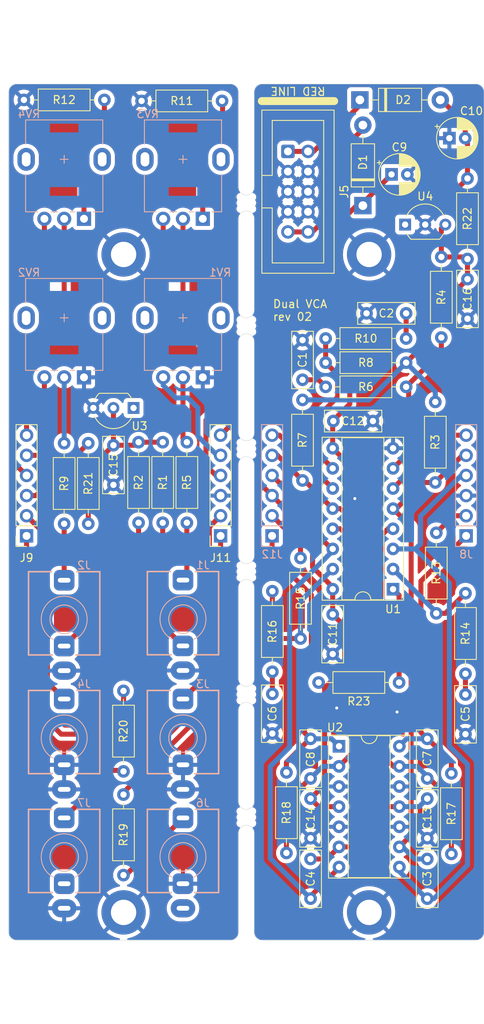
<source format=kicad_pcb>
(kicad_pcb (version 20240108) (generator "pcbnew") (generator_version "8.0")
  (title_block (title "Dual VCA") (date "2024-07-04") (rev "rev02") (company "Bristol Communal Modular") (comment 2 "creativecommons.org/licenses/by/4.0") (comment 3 "License: CC BY 4.0") (comment 4 "Author: Guy John"))
  (layers (0 "F.Cu" signal) (31 "B.Cu" signal) (36 "B.SilkS" user "B.Silkscreen") (37 "F.SilkS" user "F.Silkscreen") (38 "B.Mask" user) (39 "F.Mask" user) (44 "Edge.Cuts" user))
  (net 0 "")
  (net 1 "GND")
  (net 2 "Net-(C1-Pad2)")
  (net 3 "Net-(C2-Pad2)")
  (net 4 "/CV2_ATTN_MAIN")
  (net 5 "/RESPONSE2_TOP_MAIN")
  (net 6 "/CV1_ATTN_MAIN")
  (net 7 "/RESPONSE1_TOP_MAIN")
  (net 8 "Net-(C5-Pad2)")
  (net 9 "Net-(C6-Pad2)")
  (net 10 "VCC")
  (net 11 "VEE")
  (net 12 "/VCC_CTRL")
  (net 13 "AREF_-2.5")
  (net 14 "Net-(D1-A)")
  (net 15 "Net-(D2-K)")
  (net 16 "/OUTPUT1_MAIN")
  (net 17 "/INPUT1_MAIN")
  (net 18 "/RESPONSE1_WIPER_MAIN")
  (net 19 "/OUTPUT2_MAIN")
  (net 20 "/INPUT2_MAIN")
  (net 21 "/RESPONSE2_WIPER_MAIN")
  (net 22 "/10V_REF_CTRL")
  (net 23 "/CV2_ATTN_CTRL")
  (net 24 "/CV1_ATTN_CTRL")
  (net 25 "/RESPONSE2_WIPER_CTRL")
  (net 26 "/RESPONSE2_TOP_CTRL")
  (net 27 "/RESPONSE1_WIPER_CTRL")
  (net 28 "/RESPONSE1_TOP_CTRL")
  (net 29 "Net-(U1E-MODE)")
  (net 30 "/INPUT2_CTRL")
  (net 31 "/INPUT1_CTRL")
  (net 32 "/OUTPUT2_CTRL")
  (net 33 "/OUTPUT1_CTRL")
  (net 34 "Net-(U2D--)")
  (net 35 "Net-(U2A--)")
  (net 36 "Net-(R4-Pad2)")
  (net 37 "Net-(R5-Pad2)")
  (net 38 "Net-(R10-Pad2)")
  (net 39 "Net-(R9-Pad2)")
  (net 40 "Net-(R11-Pad2)")
  (net 41 "Net-(R12-Pad2)")
  (net 42 "Net-(R13-Pad2)")
  (net 43 "Net-(R15-Pad2)")
  (net 44 "Net-(J1-PadT)")
  (net 45 "Net-(J2-PadT)")
  (net 46 "Net-(J6-PadT)")
  (net 47 "Net-(J7-PadT)")
  (net 49 "Net-(J1-PadTN)")
  (net 50 "Net-(J2-PadTN)")
  (footprint "Capacitor_THT:C_Rect_L7.0mm_W2.5mm_P5.00mm" (layer "F.Cu") (at 118.11 117.602 90)
    (property "Reference" "C8")
    (property "Value" "100pF")
  )
  (footprint "Resistor_THT:R_Axial_DIN0207_L6.3mm_D2.5mm_P10.16mm_Horizontal" (layer "F.Cu") (at 133.858 70.104 -90)
    (property "Reference" "R3")
    (property "Value" "20M")
  )
  (footprint "Resistor_THT:R_Axial_DIN0207_L6.3mm_D2.5mm_P10.16mm_Horizontal" (layer "F.Cu") (at 130.175 62.103 180)
    (property "Reference" "R10")
    (property "Value" "510r")
  )
  (footprint "Resistor_THT:R_Axial_DIN0207_L6.3mm_D2.5mm_P10.16mm_Horizontal" (layer "F.Cu") (at 96.774 32.131)
    (property "Reference" "R11")
    (property "Value" "510r")
  )
  (footprint "Capacitor_THT:C_Rect_L7.0mm_W2.5mm_P5.00mm" (layer "F.Cu") (at 132.842 117.602 90)
    (property "Reference" "C7")
    (property "Value" "100pF")
  )
  (footprint "Capacitor_THT:C_Rect_L7.0mm_W2.5mm_P5.00mm" (layer "F.Cu") (at 120.904 96.901 -90)
    (property "Reference" "C11")
    (property "Value" "100nF")
  )
  (footprint "Capacitor_THT:C_Rect_L7.0mm_W2.5mm_P5.00mm" (layer "F.Cu") (at 137.668 112.014 90)
    (property "Reference" "C5")
    (property "Value" "560pF")
  )
  (footprint "Resistor_THT:R_Axial_DIN0207_L6.3mm_D2.5mm_P10.16mm_Horizontal" (layer "F.Cu") (at 137.668 104.394 90)
    (property "Reference" "R14")
    (property "Value" "510r")
  )
  (footprint "Capacitor_THT:C_Rect_L7.0mm_W2.5mm_P5.00mm" (layer "F.Cu") (at 118.11 127.762 -90)
    (property "Reference" "C4")
    (property "Value" "100pF")
  )
  (footprint "Resistor_THT:R_Axial_DIN0207_L6.3mm_D2.5mm_P10.16mm_Horizontal" (layer "F.Cu") (at 134.62 51.816 -90)
    (property "Reference" "R4")
    (property "Value" "47k")
  )
  (footprint "Resistor_THT:R_Axial_DIN0207_L6.3mm_D2.5mm_P10.16mm_Horizontal" (layer "F.Cu") (at 86.995 85.471 90)
    (property "Reference" "R9")
    (property "Value" "100k")
  )
  (footprint "Resistor_THT:R_Axial_DIN0207_L6.3mm_D2.5mm_P10.16mm_Horizontal" (layer "F.Cu") (at 116.84 89.789 -90)
    (property "Reference" "R15")
    (property "Value" "47k")
  )
  (footprint "Capacitor_THT:C_Rect_L7.0mm_W2.5mm_P5.00mm" (layer "F.Cu") (at 125.175 58.928)
    (property "Reference" "C2")
    (property "Value" "560pF")
  )
  (footprint "Resistor_THT:R_Axial_DIN0207_L6.3mm_D2.5mm_P10.16mm_Horizontal" (layer "F.Cu") (at 115.062 116.84 -90)
    (property "Reference" "R18")
    (property "Value" "47k")
  )
  (footprint "Diode_THT:D_DO-41_SOD81_P10.16mm_Horizontal" (layer "F.Cu") (at 124.714 45.339 90)
    (property "Reference" "D1")
    (property "Value" "1N5818")
  )
  (footprint "Resistor_THT:R_Axial_DIN0207_L6.3mm_D2.5mm_P10.16mm_Horizontal" (layer "F.Cu") (at 99.441 75.184 -90)
    (property "Reference" "R1")
    (property "Value" "22k")
  )
  (footprint "Resistor_THT:R_Axial_DIN0207_L6.3mm_D2.5mm_P10.16mm_Horizontal" (layer "F.Cu") (at 133.985 86.614 -90)
    (property "Reference" "R13")
    (property "Value" "47k")
  )
  (footprint "Rumblesan_Eurorack_Power:Eurorack_PowerHeader_2x05_P2.54mm_Shrouded" (layer "F.Cu") (at 115.25 38.5)
    (property "Reference" "J5")
    (property "Value" "Eurorack Power Small")
  )
  (footprint "Rumblesan_Panelization:mouse-bite-2mm-slot" (layer "F.Cu") (at 110 45 90)
    (property "Reference" "mouse-bite-2mm-slot" (hide yes))
    (property "Value" "VAL**" (hide yes))
    (fp_arc (start -2 -1) (mid -1 0) (end -2 1) (stroke (width 0.05)) (layer "Edge.Cuts"))
    (fp_arc (start 2 1) (mid 1 0) (end 2 -1) (stroke (width 0.05)) (layer "Edge.Cuts"))
  )
  (footprint "Capacitor_THT:C_Rect_L7.0mm_W2.5mm_P5.00mm" (layer "F.Cu") (at 137.922 54.61 -90)
    (property "Reference" "C16")
    (property "Value" "470nF")
  )
  (footprint "Package_DIP:DIP-16_W7.62mm_Socket" (layer "F.Cu") (at 128.524 93.726 180)
    (property "Reference" "U1")
    (property "Value" "SSI2164")
  )
  (footprint "Package_TO_SOT_THT:TO-92_Inline_Wide" (layer "F.Cu") (at 95.758 70.866 180)
    (property "Reference" "U3")
    (property "Value" "LM4040LP-10")
  )
  (footprint "Resistor_THT:R_Axial_DIN0207_L6.3mm_D2.5mm_P10.16mm_Horizontal" (layer "F.Cu") (at 81.915 32.004)
    (property "Reference" "R12")
    (property "Value" "510r")
  )
  (footprint "Capacitor_THT:C_Rect_L7.0mm_W2.5mm_P5.00mm" (layer "F.Cu") (at 125.984 72.517 180)
    (property "Reference" "C12")
    (property "Value" "100nF")
  )
  (footprint "Capacitor_THT:C_Rect_L7.0mm_W2.5mm_P5.00mm" (layer "F.Cu") (at 93.218 75.565 -90)
    (property "Reference" "C15")
    (property "Value" "470nF")
  )
  (footprint "Capacitor_THT:C_Rect_L7.0mm_W2.5mm_P5.00mm" (layer "F.Cu") (at 113.284 111.934 90)
    (property "Reference" "C6")
    (property "Value" "560pF")
  )
  (footprint "Capacitor_THT:C_Rect_L7.0mm_W2.5mm_P5.00mm" (layer "F.Cu") (at 132.842 127.762 -90)
    (property "Reference" "C3")
    (property "Value" "100pF")
  )
  (footprint "Connector_PinSocket_2.54mm:PinSocket_1x06_P2.54mm_Vertical" (layer "F.Cu") (at 82.25 87 180)
    (property "Reference" "J9")
    (property "Value" "Conn_01x06_Socket" (hide yes))
  )
  (footprint "Resistor_THT:R_Axial_DIN0207_L6.3mm_D2.5mm_P10.16mm_Horizontal" (layer "F.Cu") (at 90.043 75.311 -90)
    (property "Reference" "R21")
    (property "Value" "1k")
  )
  (footprint "Rumblesan_Panelization:mouse-bite-2mm-slot" (layer "F.Cu") (at 110 60.5 90)
    (property "Reference" "mouse-bite-2mm-slot" (hide yes))
    (property "Value" "VAL**" (hide yes))
    (fp_arc (start -2 -1) (mid -1 0) (end -2 1) (stroke (width 0.05)) (layer "Edge.Cuts"))
    (fp_arc (start 2 1) (mid 1 0) (end 2 -1) (stroke (width 0.05)) (layer "Edge.Cuts"))
  )
  (footprint "Resistor_THT:R_Axial_DIN0207_L6.3mm_D2.5mm_P10.16mm_Horizontal" (layer "F.Cu") (at 120.015 68.199)
    (property "Reference" "R6")
    (property "Value" "510r")
  )
  (footprint "Capacitor_THT:CP_Radial_D5.0mm_P2.00mm" (layer "F.Cu") (at 128.330887 41.402)
    (property "Reference" "C9")
    (property "Value" "10uF")
  )
  (footprint "Rumblesan_Panelization:mouse-bite-2mm-slot" (layer "F.Cu") (at 110 76 90)
    (property "Reference" "mouse-bite-2mm-slot" (hide yes))
    (property "Value" "VAL**" (hide yes))
    (fp_arc (start -2 -1) (mid -1 0) (end -2 1) (stroke (width 0.05)) (layer "Edge.Cuts"))
    (fp_arc (start 2 1) (mid 1 0) (end 2 -1) (stroke (width 0.05)) (layer "Edge.Cuts"))
  )
  (footprint "Resistor_THT:R_Axial_DIN0207_L6.3mm_D2.5mm_P10.16mm_Horizontal" (layer "F.Cu") (at 102.489 85.344 90)
    (property "Reference" "R5")
    (property "Value" "100k")
  )
  (footprint "MountingHole:MountingHole_3.2mm_M3_DIN965_Pad" (layer "F.Cu") (at 94.5 134.5)
    (property "Reference" "H1" (hide yes))
    (property "Value" "MountingHole_Pad" (hide yes))
  )
  (footprint "Capacitor_THT:C_Rect_L7.0mm_W2.5mm_P5.00mm" (layer "F.Cu") (at 117.094 62.31 -90)
    (property "Reference" "C1")
    (property "Value" "560pF")
  )
  (footprint "Rumblesan_Panelization:mouse-bite-2mm-slot" (layer "F.Cu") (at 110 122.5 90)
    (property "Reference" "mouse-bite-2mm-slot" (hide yes))
    (property "Value" "VAL**" (hide yes))
    (fp_arc (start -2 -1) (mid -1 0) (end -2 1) (stroke (width 0.05)) (layer "Edge.Cuts"))
    (fp_arc (start 2 1) (mid 1 0) (end 2 -1) (stroke (width 0.05)) (layer "Edge.Cuts"))
  )
  (footprint "Connector_PinSocket_2.54mm:PinSocket_1x06_P2.54mm_Vertical" (layer "F.Cu") (at 106.75 87 180)
    (property "Reference" "J11")
    (property "Value" "Conn_01x06_Socket" (hide yes))
  )
  (footprint "Resistor_THT:R_Axial_DIN0207_L6.3mm_D2.5mm_P10.16mm_Horizontal" (layer "F.Cu") (at 135.89 116.967 -90)
    (property "Reference" "R17")
    (property "Value" "47k")
  )
  (footprint "Resistor_THT:R_Axial_DIN0207_L6.3mm_D2.5mm_P10.16mm_Horizontal" (layer "F.Cu") (at 130.175 65.151 180)
    (property "Reference" "R8")
    (property "Value" "47k")
  )
  (footprint "Resistor_THT:R_Axial_DIN0207_L6.3mm_D2.5mm_P10.16mm_Horizontal" (layer "F.Cu") (at 117.094 69.85 -90)
    (property "Reference" "R7")
    (property "Value" "20M")
  )
  (footprint "Resistor_THT:R_Axial_DIN0207_L6.3mm_D2.5mm_P10.16mm_Horizontal" (layer "F.Cu") (at 96.393 75.184 -90)
    (property "Reference" "R2")
    (property "Value" "22k")
  )
  (footprint "Capacitor_THT:C_Rect_L7.0mm_W2.5mm_P5.00mm" (layer "F.Cu") (at 118.11 125.142 90)
    (property "Reference" "C14")
    (property "Value" "100nF")
  )
  (footprint "Capacitor_THT:C_Rect_L7.0mm_W2.5mm_P5.00mm" (layer "F.Cu") (at 132.842 125.142 90)
    (property "Reference" "C13")
    (property "Value" "100nF")
  )
  (footprint "Capacitor_THT:CP_Radial_D5.0mm_P2.00mm" (layer "F.Cu") (at 135.636 36.83)
    (property "Reference" "C10")
    (property "Value" "10uF")
  )
  (footprint "Diode_THT:D_DO-41_SOD81_P10.16mm_Horizontal" (layer "F.Cu") (at 124.333 32.004)
    (property "Reference" "D2")
    (property "Value" "1N5818")
  )
  (footprint "Package_DIP:DIP-14_W7.62mm_Socket" (layer "F.Cu") (at 121.7 113.538)
    (property "Reference" "U2")
    (property "Value" "TL074")
  )
  (footprint "Resistor_THT:R_Axial_DIN0207_L6.3mm_D2.5mm_P10.16mm_Horizontal" (layer "F.Cu") (at 94.488 116.713 90)
    (property "Reference" "R20")
    (property "Value" "510r")
  )
  (footprint "Rumblesan_Panelization:mouse-bite-2mm-slot" (layer "F.Cu") (at 110 91.5 90)
    (property "Reference" "mouse-bite-2mm-slot" (hide yes))
    (property "Value" "VAL**" (hide yes))
    (fp_arc (start -2 -1) (mid -1 0) (end -2 1) (stroke (width 0.05)) (layer "Edge.Cuts"))
    (fp_arc (start 2 1) (mid 1 0) (end 2 -1) (stroke (width 0.05)) (layer "Edge.Cuts"))
  )
  (footprint "Resistor_THT:R_Axial_DIN0207_L6.3mm_D2.5mm_P10.16mm_Horizontal" (layer "F.Cu") (at 113.284 104.14 90)
    (property "Reference" "R16")
    (property "Value" "510r")
  )
  (footprint "Resistor_THT:R_Axial_DIN0207_L6.3mm_D2.5mm_P10.16mm_Horizontal" (layer "F.Cu") (at 137.922 41.91 -90)
    (property "Reference" "R22")
    (property "Value" "47k")
  )
  (footprint "MountingHole:MountingHole_3.2mm_M3_DIN965_Pad" (layer "F.Cu") (at 125.5 51.5)
    (property "Reference" "H3" (hide yes))
    (property "Value" "MountingHole_Pad" (hide yes))
  )
  (footprint "Rumblesan_Panelization:mouse-bite-2mm-slot" (layer "F.Cu") (at 110 107 90)
    (property "Reference" "mouse-bite-2mm-slot" (hide yes))
    (property "Value" "VAL**" (hide yes))
    (fp_arc (start -2 -1) (mid -1 0) (end -2 1) (stroke (width 0.05)) (layer "Edge.Cuts"))
    (fp_arc (start 2 1) (mid 1 0) (end 2 -1) (stroke (width 0.05)) (layer "Edge.Cuts"))
  )
  (footprint "MountingHole:MountingHole_3.2mm_M3_DIN965_Pad" (layer "F.Cu") (at 94.5 51.5)
    (property "Reference" "H2" (hide yes))
    (property "Value" "MountingHole_Pad" (hide yes))
  )
  (footprint "Resistor_THT:R_Axial_DIN0207_L6.3mm_D2.5mm_P10.16mm_Horizontal" (layer "F.Cu") (at 94.488 129.794 90)
    (property "Reference" "R19")
    (property "Value" "510r")
  )
  (footprint "Resistor_THT:R_Axial_DIN0207_L6.3mm_D2.5mm_P10.16mm_Horizontal" (layer "F.Cu") (at 129.286 105.5 180)
    (property "Reference" "R23")
    (property "Value" "6k8")
  )
  (footprint "Package_TO_SOT_THT:TO-92_Inline_Wide" (layer "F.Cu") (at 130.048 47.731)
    (property "Reference" "U4")
    (property "Value" "LM4040LP-2.5")
  )
  (footprint "MountingHole:MountingHole_3.2mm_M3_DIN965_Pad" (layer "F.Cu") (at 125.5 134.5)
    (property "Reference" "H4" (hide yes))
    (property "Value" "MountingHole_Pad" (hide yes))
  )
  (footprint "Rumblesan_Potentiometer_THT:Potentiometer_Alpha_RD901F-40-00D_Single_Vertical" (layer "B.Cu") (at 102 59.5 180)
    (property "Reference" "RV1")
    (property "Value" "20kB" (hide yes))
  )
  (footprint "Connector_PinHeader_2.54mm:PinHeader_1x06_P2.54mm_Vertical" (layer "B.Cu") (at 137.75 87)
    (property "Reference" "J8")
    (property "Value" "Conn_01x06_Pin" (hide yes))
  )
  (footprint "Rumblesan_Audio_Connectors:Jack_3.5mm_QingPu_WQP-PJ398SM_Vertical" (layer "B.Cu") (at 87 97.52 180)
    (property "Reference" "J2")
    (property "Value" "Eurorack Mono Jack" (hide yes))
  )
  (footprint "Rumblesan_Audio_Connectors:Jack_3.5mm_QingPu_WQP-PJ398SM_Vertical" (layer "B.Cu") (at 102 127.5 180)
    (property "Reference" "J6")
    (property "Value" "Eurorack Mono Jack" (hide yes))
  )
  (footprint "Rumblesan_Audio_Connectors:Jack_3.5mm_QingPu_WQP-PJ398SM_Vertical" (layer "B.Cu") (at 102 97.5 180)
    (property "Reference" "J1")
    (property "Value" "Eurorack Mono Jack" (hide yes))
  )
  (footprint "Rumblesan_Potentiometer_THT:Potentiometer_Alpha_RD901F-40-00D_Single_Vertical" (layer "B.Cu") (at 87 39.5 180)
    (property "Reference" "RV4")
    (property "Value" "10kB" (hide yes))
  )
  (footprint "Rumblesan_Potentiometer_THT:Potentiometer_Alpha_RD901F-40-00D_Single_Vertical" (layer "B.Cu") (at 87 59.5 180)
    (property "Reference" "RV2")
    (property "Value" "20kB" (hide yes))
  )
  (footprint "Rumblesan_Audio_Connectors:Jack_3.5mm_QingPu_WQP-PJ398SM_Vertical" (layer "B.Cu") (at 87 127.5 180)
    (property "Reference" "J7")
    (property "Value" "Eurorack Mono Jack" (hide yes))
  )
  (footprint "Rumblesan_Audio_Connectors:Jack_3.5mm_QingPu_WQP-PJ398SM_Vertical" (layer "B.Cu") (at 102 112.5 180)
    (property "Reference" "J3")
    (property "Value" "Eurorack Mono Jack" (hide yes))
  )
  (footprint "Rumblesan_Audio_Connectors:Jack_3.5mm_QingPu_WQP-PJ398SM_Vertical" (layer "B.Cu") (at 87 112.5 180)
    (property "Reference" "J4")
    (property "Value" "Eurorack Mono Jack" (hide yes))
  )
  (footprint "Connector_PinHeader_2.54mm:PinHeader_1x06_P2.54mm_Vertical" (layer "B.Cu") (at 113.25 87)
    (property "Reference" "J12")
    (property "Value" "Conn_01x06_Pin" (hide yes))
  )
  (footprint "Rumblesan_Potentiometer_THT:Potentiometer_Alpha_RD901F-40-00D_Single_Vertical" (layer "B.Cu") (at 102 39.5 180)
    (property "Reference" "RV3")
    (property "Value" "10kB" (hide yes))
  )
  (gr_line (start 109 78) (end 109 89.5) (stroke (width 0.05)) (layer "Edge.Cuts"))
  (gr_line (start 109 47) (end 109 58.5) (stroke (width 0.05)) (layer "Edge.Cuts"))
  (gr_line (start 111 137) (end 111 124.5) (stroke (width 0.05)) (layer "Edge.Cuts"))
  (gr_line (start 111 89.5) (end 111 78) (stroke (width 0.05)) (layer "Edge.Cuts"))
  (gr_line (start 111 120.5) (end 111 109) (stroke (width 0.05)) (layer "Edge.Cuts"))
  (gr_arc (start 109 137) (mid 108.707107 137.707106) (end 108 138) (stroke (width 0.05)) (layer "Edge.Cuts"))
  (gr_arc (start 111 31) (mid 111.292893 30.292894) (end 112 30) (stroke (width 0.05)) (layer "Edge.Cuts"))
  (gr_line (start 111 74) (end 111 62.5) (stroke (width 0.05)) (layer "Edge.Cuts"))
  (gr_line (start 111 43) (end 111 31) (stroke (width 0.05)) (layer "Edge.Cuts"))
  (gr_line (start 109 109) (end 109 120.5) (stroke (width 0.05)) (layer "Edge.Cuts"))
  (gr_arc (start 139 30) (mid 139.707106 30.292893) (end 140 31) (stroke (width 0.05)) (layer "Edge.Cuts"))
  (gr_line (start 111 105) (end 111 93.5) (stroke (width 0.05)) (layer "Edge.Cuts"))
  (gr_line (start 109 93.5) (end 109 105) (stroke (width 0.05)) (layer "Edge.Cuts"))
  (gr_line (start 112 30) (end 139 30) (stroke (width 0.05)) (layer "Edge.Cuts"))
  (gr_line (start 109 31) (end 109 43) (stroke (width 0.05)) (layer "Edge.Cuts"))
  (gr_arc (start 80 31) (mid 80.292893 30.292894) (end 81 30) (stroke (width 0.05)) (layer "Edge.Cuts"))
  (gr_arc (start 140 137) (mid 139.707107 137.707106) (end 139 138) (stroke (width 0.05)) (layer "Edge.Cuts"))
  (gr_arc (start 81 138) (mid 80.292894 137.707107) (end 80 137) (stroke (width 0.05)) (layer "Edge.Cuts"))
  (gr_line (start 81 30) (end 108 30) (stroke (width 0.05)) (layer "Edge.Cuts"))
  (gr_line (start 111 58.5) (end 111 47) (stroke (width 0.05)) (layer "Edge.Cuts"))
  (gr_line (start 140 31) (end 140 137) (stroke (width 0.05)) (layer "Edge.Cuts"))
  (gr_line (start 139 138) (end 112 138) (stroke (width 0.05)) (layer "Edge.Cuts"))
  (gr_line (start 109 124.5) (end 109 137) (stroke (width 0.05)) (layer "Edge.Cuts"))
  (gr_line (start 108 138) (end 81 138) (stroke (width 0.05)) (layer "Edge.Cuts"))
  (gr_line (start 109 62.5) (end 109 74) (stroke (width 0.05)) (layer "Edge.Cuts"))
  (gr_arc (start 112 138) (mid 111.292894 137.707107) (end 111 137) (stroke (width 0.05)) (layer "Edge.Cuts"))
  (gr_arc (start 108 30) (mid 108.707106 30.292893) (end 109 31) (stroke (width 0.05)) (layer "Edge.Cuts"))
  (gr_line (start 80 137) (end 80 31) (stroke (width 0.05)) (layer "Edge.Cuts"))
  (gr_text "Dual VCA\nrev 02" (at 113.284 59.944 0) (layer "F.SilkS") (effects (font (size 1 1)) (justify left bottom)))
  (via (at 121.412 108.712) (size 0.762) (drill 0.381) (layers "F.Cu" "B.Cu") (net 1))
  (via (at 123.698 82.296) (size 0.762) (drill 0.381) (layers "F.Cu" "B.Cu") (net 1))
  (via (at 129.032 109.22) (size 0.762) (drill 0.381) (layers "F.Cu" "B.Cu") (net 1))
  (segment (start 104.5 67) (end 104 67.5) (width 0.635) (layer "B.Cu") (net 1))
  (segment (start 119.126 67.31) (end 120.015 68.199) (width 0.635) (layer "F.Cu") (net 2))
  (segment (start 117.094 67.31) (end 119.126 67.31) (width 0.635) (layer "F.Cu") (net 2))
  (segment (start 130.175 58.928) (end 130.175 62.103) (width 0.635) (layer "F.Cu") (net 3))
  (segment (start 132.236 80.264) (end 133.858 80.264) (width 0.635) (layer "F.Cu") (net 4))
  (segment (start 130.81 124.748) (end 129.32 126.238) (width 0.635) (layer "F.Cu") (net 4))
  (segment (start 128.524 83.566) (end 130.81 85.852) (width 0.635) (layer "F.Cu") (net 4))
  (segment (start 137.282 76.84) (end 133.858 80.264) (width 0.635) (layer "F.Cu") (net 4))
  (segment (start 130.81 85.852) (end 130.81 124.748) (width 0.635) (layer "F.Cu") (net 4))
  (segment (start 128.524 83.566) (end 128.934 83.566) (width 0.635) (layer "F.Cu") (net 4))
  (segment (start 128.934 83.566) (end 132.236 80.264) (width 0.635) (layer "F.Cu") (net 4))
  (segment (start 137.75 76.84) (end 137.282 76.84) (width 0.635) (layer "F.Cu") (net 4))
  (segment (start 131.262 127.762) (end 132.842 127.762) (width 0.635) (layer "B.Cu") (net 4))
  (segment (start 129.738 126.238) (end 131.262 127.762) (width 0.635) (layer "B.Cu") (net 4))
  (segment (start 129.32 126.238) (end 129.738 126.238) (width 0.635) (layer "B.Cu") (net 4))
  (segment (start 128.524 88.646) (end 131.354 88.646) (width 0.635) (layer "B.Cu") (net 5))
  (segment (start 132 84.5) (end 137.12 79.38) (width 0.635) (layer "B.Cu") (net 5))
  (segment (start 133.684 132.762) (end 132.842 132.762) (width 0.635) (layer "B.Cu") (net 5))
  (segment (start 131.354 88.646) (end 132 88) (width 0.635) (layer "B.Cu") (net 5))
  (segment (start 137.922 128.524) (end 133.684 132.762) (width 0.635) (layer "B.Cu") (net 5))
  (segment (start 137.12 79.38) (end 137.75 79.38) (width 0.635) (layer "B.Cu") (net 5))
  (segment (start 132 88) (end 132 84.5) (width 0.635) (layer "B.Cu") (net 5))
  (segment (start 137.922 115.824) (end 137.922 128.524) (width 0.635) (layer "B.Cu") (net 5))
  (segment (start 131.318 88.646) (end 135.636 92.964) (width 0.635) (layer "B.Cu") (net 5))
  (segment (start 135.636 113.538) (end 137.922 115.824) (width 0.635) (layer "B.Cu") (net 5))
  (segment (start 135.636 92.964) (end 135.636 113.538) (width 0.635) (layer "B.Cu") (net 5))
  (segment (start 129.32 128.778) (end 129.32 129.32) (width 0.635) (layer "B.Cu") (net 5))
  (segment (start 128.524 88.646) (end 131.318 88.646) (width 0.635) (layer "B.Cu") (net 5))
  (segment (start 132.762 132.762) (end 132.842 132.762) (width 0.635) (layer "B.Cu") (net 5))
  (segment (start 129.32 129.32) (end 132.762 132.762) (width 0.635) (layer "B.Cu") (net 5))
  (segment (start 124.206 85.872) (end 124.206 125.222) (width 0.635) (layer "F.Cu") (net 6))
  (segment (start 124.206 125.222) (end 123.19 126.238) (width 0.635) (layer "F.Cu") (net 6))
  (segment (start 120.904 83.566) (end 121.9 83.566) (width 0.635) (layer "F.Cu") (net 6))
  (segment (start 123.19 126.238) (end 121.7 126.238) (width 0.635) (layer "F.Cu") (net 6))
  (segment (start 117.094 80.01) (end 117.348 80.01) (width 0.635) (layer "F.Cu") (net 6))
  (segment (start 113.924 76.84) (end 117.094 80.01) (width 0.635) (layer "F.Cu") (net 6))
  (segment (start 120.176 127.762) (end 121.7 126.238) (width 0.635) (layer "F.Cu") (net 6))
  (segment (start 121.9 83.566) (end 124.206 85.872) (width 0.635) (layer "F.Cu") (net 6))
  (segment (start 118.11 127.762) (end 120.176 127.762) (width 0.635) (layer "F.Cu") (net 6))
  (segment (start 117.348 80.01) (end 120.904 83.566) (width 0.635) (layer "F.Cu") (net 6))
  (segment (start 113.25 76.84) (end 113.924 76.84) (width 0.635) (layer "F.Cu") (net 6))
  (segment (start 118.237 86.106) (end 120.777 88.646) (width 0.635) (layer "F.Cu") (net 7))
  (segment (start 118.237 84.367) (end 118.237 86.106) (width 0.635) (layer "F.Cu") (net 7))
  (segment (start 113.25 79.38) (end 118.237 84.367) (width 0.635) (layer "F.Cu") (net 7))
  (segment (start 118.11 132.762) (end 118.11 132.461) (width 0.635) (layer "F.Cu") (net 7))
  (segment (start 121.7 128.871) (end 121.7 128.778) (width 0.635) (layer "F.Cu") (net 7))
  (segment (start 118.11 132.461) (end 121.7 128.871) (width 0.635) (layer "F.Cu") (net 7))
  (segment (start 120.777 88.646) (end 120.904 88.646) (width 0.635) (layer "F.Cu") (net 7))
  (segment (start 113.03 127.682) (end 118.11 132.762) (width 0.635) (layer "B.Cu") (net 7))
  (segment (start 115.4685 94.3355) (end 115.4685 113.6395) (width 0.635) (layer "B.Cu") (net 7))
  (segment (start 120.904 88.646) (end 120.904 88.9) (width 0.635) (layer "B.Cu") (net 7))
  (segment (start 113.03 116.078) (end 113.03 127.682) (width 0.635) (layer "B.Cu") (net 7))
  (segment (start 120.904 88.9) (end 115.4685 94.3355) (width 0.635) (layer "B.Cu") (net 7))
  (segment (start 115.4685 113.6395) (end 113.03 116.078) (width 0.635) (layer "B.Cu") (net 7))
  (segment (start 137.668 104.394) (end 137.668 107.014) (width 0.635) (layer "F.Cu") (net 8))
  (segment (start 113.284 104.14) (end 113.284 106.934) (width 0.635) (layer "F.Cu") (net 9))
  (segment (start 119.888 106.172) (end 119.888 106.807) (width 0.635) (layer "F.Cu") (net 10))
  (segment (start 120.904 96.901) (end 122.428 98.425) (width 0.635) (layer "F.Cu") (net 10))
  (segment (start 121.7 121.158) (end 119.126 121.158) (width 0.635) (layer "F.Cu") (net 10))
  (segment (start 120.904 96.901) (end 120.904 93.726) (width 0.635) (layer "F.Cu") (net 10))
  (segment (start 116.332 85.002) (end 116.332 85.979) (width 0.635) (layer "F.Cu") (net 10))
  (segment (start 123.911 45.339) (end 111.633 57.617) (width 0.635) (layer "F.Cu") (net 10))
  (segment (start 118.364 88.011) (end 118.364 90.932) (width 0.635) (layer "F.Cu") (net 10))
  (segment (start 124.714 45.339) (end 123.911 45.339) (width 0.635) (layer "F.Cu") (net 10))
  (segment (start 111.633 57.617) (end 111.633 80.303) (width 0.635) (layer "F.Cu") (net 10))
  (segment (start 119.888 106.807) (end 119.888 118.364) (width 0.635) (layer "F.Cu") (net 10))
  (segment (start 120.904 93.472) (end 120.904 93.726) (width 0.635) (layer "F.Cu") (net 10))
  (segment (start 118.364 90.932) (end 120.904 93.472) (width 0.635) (layer "F.Cu") (net 10))
  (segment (start 122.428 98.425) (end 122.428 103.632) (width 0.635) (layer "F.Cu") (net 10))
  (segment (start 124.714 45.018887) (end 128.330887 41.402) (width 0.635) (layer "F.Cu") (net 10))
  (segment (start 119.888 118.364) (end 118.11 120.142) (width 0.635) (layer "F.Cu") (net 10))
  (segment (start 119.888 106.172) (end 119.126 105.41) (width 0.635) (layer "F.Cu") (net 10))
  (segment (start 113.25 81.92) (end 116.332 85.002) (width 0.635) (layer "F.Cu") (net 10))
  (segment (start 122.428 103.632) (end 119.888 106.172) (width 0.635) (layer "F.Cu") (net 10))
  (segment (start 119.126 121.158) (end 118.11 120.142) (width 0.635) (layer "F.Cu") (net 10))
  (segment (start 111.633 80.303) (end 113.25 81.92) (width 0.635) (layer "F.Cu") (net 10))
  (segment (start 116.332 85.979) (end 118.364 88.011) (width 0.635) (layer "F.Cu") (net 10))
  (segment (start 124.714 45.339) (end 124.714 45.018887) (width 0.635) (layer "F.Cu") (net 10))
  (segment (start 126.494 47.75) (end 130.81 43.434) (width 0.635) (layer "F.Cu") (net 11))
  (segment (start 134.493 32.004) (end 134.62 32.004) (width 0.635) (layer "F.Cu") (net 11))
  (segment (start 130.81 43.434) (end 136.398 43.434) (width 0.635) (layer "F.Cu") (net 11))
  (segment (start 136.398 43.434) (end 137.922 41.91) (width 0.635) (layer "F.Cu") (net 11))
  (segment (start 123.063 58.42) (end 119.761 55.118) (width 0.635) (layer "F.Cu") (net 11))
  (segment (start 137.922 37.116) (end 137.636 36.83) (width 0.635) (layer "F.Cu") (net 11))
  (segment (start 120.904 75.946) (end 120.904 72.597) (width 0.635) (layer "F.Cu") (net 11))
  (segment (start 120.904 72.597) (end 120.984 72.517) (width 0.635) (layer "F.Cu") (net 11))
  (segment (start 126.238 119.488) (end 126.238 81.28) (width 0.635) (layer "F.Cu") (net 11))
  (segment (start 123.573 47.75) (end 126.494 47.75) (width 0.635) (layer "F.Cu") (net 11))
  (segment (start 119.761 51.562) (end 123.573 47.75) (width 0.635) (layer "F.Cu") (net 11))
  (segment (start 120.984 72.517) (end 120.984 72.437) (width 0.635) (layer "F.Cu") (net 11))
  (segment (start 134.62 32.004) (end 137.636 35.02) (width 0.635) (layer "F.Cu") (net 11))
  (segment (start 123.063 70.358) (end 123.063 58.42) (width 0.635) (layer "F.Cu") (net 11))
  (segment (start 120.984 72.437) (end 123.063 70.358) (width 0.635) (layer "F.Cu") (net 11))
  (segment (start 119.761 55.118) (end 119.761 51.562) (width 0.635) (layer "F.Cu") (net 11))
  (segment (start 126.238 81.28) (end 120.904 75.946) (width 0.635) (layer "F.Cu") (net 11))
  (segment (start 129.32 121.158) (end 127.908 121.158) (width 0.635) (layer "F.Cu") (net 11))
  (segment (start 137.636 35.02) (end 137.636 36.83) (width 0.635) (layer "F.Cu") (net 11))
  (segment (start 127.908 121.158) (end 126.238 119.488) (width 0.635) (layer "F.Cu") (net 11))
  (segment (start 137.922 41.91) (end 137.922 37.116) (width 0.635) (layer "F.Cu") (net 11))
  (segment (start 129.32 121.158) (end 131.826 121.158) (width 0.635) (layer "B.Cu") (net 11))
  (segment (start 131.826 121.158) (end 132.842 120.142) (width 0.635) (layer "B.Cu") (net 11))
  (segment (start 83.434 81.92) (end 90.043 75.311) (width 0.635) (layer "F.Cu") (net 12))
  (segment (start 82.25 81.92) (end 83.434 81.92) (width 0.635) (layer "F.Cu") (net 12))
  (segment (start 134.62 51.816) (end 137.668 51.816) (width 0.635) (layer "F.Cu") (net 13))
  (segment (start 134.62 48.239) (end 135.128 47.731) (width 0.635) (layer "F.Cu") (net 13))
  (segment (start 132.75 62.576) (end 130.175 65.151) (width 0.635) (layer "F.Cu") (net 13))
  (segment (start 137.922 52.07) (end 137.922 54.61) (width 0.635) (layer "F.Cu") (net 13))
  (segment (start 132.75 59.782) (end 132.75 62.576) (width 0.635) (layer "F.Cu") (net 13))
  (segment (start 137.922 54.61) (end 132.75 59.782) (width 0.635) (layer "F.Cu") (net 13))
  (segment (start 134.62 51.816) (end 134.62 48.239) (width 0.635) (layer "F.Cu") (net 13))
  (segment (start 137.668 51.816) (end 137.922 52.07) (width 0.635) (layer "F.Cu") (net 13))
  (segment (start 130.175 65.151) (end 133.858 68.834) (width 0.635) (layer "B.Cu") (net 13))
  (segment (start 117.094 69.85) (end 125.476 69.85) (width 0.635) (layer "B.Cu") (net 13))
  (segment (start 125.476 69.85) (end 130.175 65.151) (width 0.635) (layer "B.Cu") (net 13))
  (segment (start 133.858 68.834) (end 133.858 69.977) (width 0.635) (layer "B.Cu") (net 13))
  (segment (start 121.666 45.334) (end 121.666 38.735) (width 0.635) (layer "F.Cu") (net 14))
  (segment (start 121.666 38.735) (end 124.714 35.687) (width 0.635) (layer "F.Cu") (net 14))
  (segment (start 115.25 48.66) (end 117.79 48.66) (width 0.635) (layer "F.Cu") (net 14))
  (segment (start 118.34 48.66) (end 121.666 45.334) (width 0.635) (layer "F.Cu") (net 14))
  (segment (start 117.79 48.66) (end 118.34 48.66) (width 0.635) (layer "F.Cu") (net 14))
  (segment (start 124.714 35.687) (end 124.714 35.179) (width 0.635) (layer "F.Cu") (net 14))
  (segment (start 124.333 32.667) (end 124.333 32.004) (width 0.635) (layer "F.Cu") (net 15))
  (segment (start 118.5 38.5) (end 124.333 32.667) (width 0.635) (layer "F.Cu") (net 15))
  (segment (start 117.79 38.5) (end 118.5 38.5) (width 0.635) (layer "F.Cu") (net 15))
  (segment (start 115.25 38.5) (end 117.79 38.5) (width 0.635) (layer "F.Cu") (net 15))
  (segment (start 113.25 89.501) (end 118.2115 94.4625) (width 0.635) (layer "F.Cu") (net 16))
  (segment (start 115.062 116.84) (end 115.062 115.57) (width 0.635) (layer "F.Cu") (net 16))
  (segment (start 118.2115 102.2605) (end 117.348 103.124) (width 0.635) (layer "F.Cu") (net 16))
  (segment (start 118.2115 94.4625) (end 118.2115 102.2605) (width 0.635) (layer "F.Cu") (net 16))
  (segment (start 118.03 112.602) (end 118.11 112.602) (width 0.635) (layer "F.Cu") (net 16))
  (segment (start 117.348 111.84) (end 118.11 112.602) (width 0.635) (layer "F.Cu") (net 16))
  (segment (start 113.25 87) (end 113.25 89.501) (width 0.635) (layer "F.Cu") (net 16))
  (segment (start 115.062 115.57) (end 118.03 112.602) (width 0.635) (layer "F.Cu") (net 16))
  (segment (start 117.348 103.124) (end 117.348 111.84) (width 0.635) (layer "F.Cu") (net 16))
  (segment (start 118.11 112.602) (end 120.764 112.602) (width 0.635) (layer "B.Cu") (net 16))
  (segment (start 120.764 112.602) (end 121.7 113.538) (width 0.635) (layer "B.Cu") (net 16))
  (segment (start 116.84 88.05) (end 116.84 89.535) (width 0.635) (layer "F.Cu") (net 17))
  (segment (start 113.25 84.46) (end 116.84 88.05) (width 0.635) (layer "F.Cu") (net 17))
  (segment (start 114.178 74.3) (end 120.904 81.026) (width 0.635) (layer "F.Cu") (net 18))
  (segment (start 113.25 74.3) (end 114.178 74.3) (width 0.635) (layer "F.Cu") (net 18))
  (segment (start 132.042001 92.707999) (end 132.042001 111.802001) (width 0.635) (layer "F.Cu") (net 19))
  (segment (start 137.75 87) (end 132.042001 92.707999) (width 0.635) (layer "F.Cu") (net 19))
  (segment (start 132.042001 111.802001) (end 132.842 112.602) (width 0.635) (layer "F.Cu") (net 19))
  (segment (start 132.922 112.602) (end 132.842 112.602) (width 0.635) (layer "F.Cu") (net 19))
  (segment (start 135.89 115.57) (end 132.922 112.602) (width 0.635) (layer "F.Cu") (net 19))
  (segment (start 135.89 116.84) (end 135.89 115.57) (width 0.635) (layer "F.Cu") (net 19))
  (segment (start 130.222 112.602) (end 132.842 112.602) (width 0.635) (layer "B.Cu") (net 19))
  (segment (start 129.32 113.504) (end 130.222 112.602) (width 0.635) (layer "B.Cu") (net 19))
  (segment (start 129.32 113.538) (end 129.32 113.504) (width 0.635) (layer "B.Cu") (net 19))
  (segment (start 137.75 84.46) (end 136.139 84.46) (width 0.635) (layer "F.Cu") (net 20))
  (segment (start 136.139 84.46) (end 133.985 86.614) (width 0.635) (layer "F.Cu") (net 20))
  (segment (start 135.25 74.3) (end 137.75 74.3) (width 0.635) (layer "F.Cu") (net 21))
  (segment (start 128.524 81.026) (end 135.25 74.3) (width 0.635) (layer "F.Cu") (net 21))
  (segment (start 93.218 75.565) (end 90.043 78.74) (width 0.635) (layer "F.Cu") (net 22))
  (segment (start 96.012 75.565) (end 96.393 75.184) (width 0.635) (layer "F.Cu") (net 22))
  (segment (start 96.393 75.184) (end 99.441 75.184) (width 0.635) (layer "F.Cu") (net 22))
  (segment (start 93.218 75.565) (end 96.012 75.565) (width 0.635) (layer "F.Cu") (net 22))
  (segment (start 93.218 70.866) (end 93.218 75.565) (width 0.635) (layer "F.Cu") (net 22))
  (segment (start 90.043 78.74) (end 90.043 85.471) (width 0.635) (layer "F.Cu") (net 22))
  (segment (start 99.5 68.004) (end 99.5 67) (width 0.635) (layer "B.Cu") (net 23))
  (segment (start 101.092 69.596) (end 99.5 68.004) (width 0.635) (layer "B.Cu") (net 23))
  (segment (start 103.886 70.866) (end 102.616 69.596) (width 0.635) (layer "B.Cu") (net 23))
  (segment (start 106.75 76.84) (end 106.304 76.84) (width 0.635) (layer "B.Cu") (net 23))
  (segment (start 106.304 76.84) (end 103.886 74.422) (width 0.635) (layer "B.Cu") (net 23))
  (segment (start 103.886 74.422) (end 103.886 70.866) (width 0.635) (layer "B.Cu") (net 23))
  (segment (start 102.616 69.596) (end 101.092 69.596) (width 0.635) (layer "B.Cu") (net 23))
  (segment (start 82.25 76.84) (end 83.688 76.84) (width 0.635) (layer "F.Cu") (net 24))
  (segment (start 83.688 76.84) (end 84.5 76.028) (width 0.635) (layer "F.Cu") (net 24))
  (segment (start 84.5 76.028) (end 84.5 67) (width 0.635) (layer "F.Cu") (net 24))
  (segment (start 102 47) (end 102 58.942764) (width 0.635) (layer "F.Cu") (net 25))
  (segment (start 107.8 73.25) (end 106.75 74.3) (width 0.635) (layer "F.Cu") (net 25))
  (segment (start 102 58.942764) (end 107.8 64.742764) (width 0.635) (layer "F.Cu") (net 25))
  (segment (start 107.8 64.742764) (end 107.8 73.25) (width 0.635) (layer "F.Cu") (net 25))
  (segment (start 106.75 79.38) (end 106.165 79.38) (width 0.635) (layer "F.Cu") (net 26))
  (segment (start 106.911 65.111) (end 99.5 57.7) (width 0.635) (layer "F.Cu") (net 26))
  (segment (start 104.9 78.115) (end 104.9 72.4) (width 0.635) (layer "F.Cu") (net 26))
  (segment (start 104.9 72.4) (end 106.911 70.389) (width 0.635) (layer "F.Cu") (net 26))
  (segment (start 99.5 57.7) (end 99.5 47) (width 0.635) (layer "F.Cu") (net 26))
  (segment (start 106.165 79.38) (end 104.9 78.115) (width 0.635) (layer "F.Cu") (net 26))
  (segment (start 106.911 70.389) (end 106.911 65.111) (width 0.635) (layer "F.Cu") (net 26))
  (segment (start 87 59.685) (end 87 47) (width 0.635) (layer "F.Cu") (net 27))
  (segment (start 82.25 74.3) (end 82.25 64.435) (width 0.635) (layer "F.Cu") (net 27))
  (segment (start 82.25 64.435) (end 87 59.685) (width 0.635) (layer "F.Cu") (net 27))
  (segment (start 84.5 60.534) (end 84.5 47) (width 0.635) (layer "F.Cu") (net 28))
  (segment (start 80.645 77.775) (end 80.645 64.389) (width 0.635) (layer "F.Cu") (net 28))
  (segment (start 80.645 64.389) (end 84.5 60.534) (width 0.635) (layer "F.Cu") (net 28))
  (segment (start 82.25 79.38) (end 80.645 77.775) (width 0.635) (layer "F.Cu") (net 28))
  (segment (start 128.524 93.726) (end 129.286 94.488) (width 0.635) (layer "F.Cu") (net 29))
  (segment (start 129.286 94.488) (end 129.286 105.41) (width 0.635) (layer "F.Cu") (net 29))
  (segment (start 106.75 84.46) (end 105.3285 85.8815) (width 0.635) (layer "F.Cu") (net 30))
  (segment (start 105.3285 104.2515) (end 102 107.58) (width 0.635) (layer "F.Cu") (net 30))
  (segment (start 105.3285 85.8815) (end 105.3285 104.2515) (width 0.635) (layer "F.Cu") (net 30))
  (segment (start 84.8785 105.4585) (end 87 107.58) (width 0.635) (layer "F.Cu") (net 31))
  (segment (start 82.25 84.46) (end 84.8785 87.0885) (width 0.635) (layer "F.Cu") (net 31))
  (segment (start 84.8785 87.0885) (end 84.8785 105.4585) (width 0.635) (layer "F.Cu") (net 31))
  (segment (start 106.75 87) (end 106.75 107.118) (width 0.635) (layer "F.Cu") (net 32))
  (segment (start 94.5 119.368) (end 94.5 119.634) (width 0.635) (layer "F.Cu") (net 32))
  (segment (start 106.75 107.118) (end 94.5 119.368) (width 0.635) (layer "F.Cu") (net 32))
  (segment (start 82.25 87) (end 82.25 107.65) (width 0.635) (layer "F.Cu") (net 33))
  (segment (start 86.614 112.014) (end 90.424 112.014) (width 0.635) (layer "F.Cu") (net 33))
  (segment (start 94.5 107.938) (end 94.5 106.426) (width 0.635) (layer "F.Cu") (net 33))
  (segment (start 90.424 112.014) (end 94.5 107.938) (width 0.635) (layer "F.Cu") (net 33))
  (segment (start 82.25 107.65) (end 86.614 112.014) (width 0.635) (layer "F.Cu") (net 33))
  (segment (start 133.096 117.602) (end 135.89 120.396) (width 0.635) (layer "F.Cu") (net 34))
  (segment (start 132.842 117.602) (end 133.096 117.602) (width 0.635) (layer "F.Cu") (net 34))
  (segment (start 127.894 86.106) (end 128.524 86.106) (width 0.635) (layer "F.Cu") (net 34))
  (segment (start 129.32 116.078) (end 128.578 116.078) (width 0.635) (layer "F.Cu") (net 34))
  (segment (start 128.578 116.078) (end 127.1525 114.6525) (width 0.635) (layer "F.Cu") (net 34))
  (segment (start 127.1525 86.8475) (end 127.894 86.106) (width 0.635) (layer "F.Cu") (net 34))
  (segment (start 127.1525 114.6525) (end 127.1525 86.8475) (width 0.635) (layer "F.Cu") (net 34))
  (segment (start 135.89 120.396) (end 135.89 127) (width 0.635) (layer "F.Cu") (net 34))
  (segment (start 129.32 116.078) (end 131.572 116.078) (width 0.635) (layer "B.Cu") (net 34))
  (segment (start 132.842 117.348) (end 132.842 117.602) (width 0.635) (layer "B.Cu") (net 34))
  (segment (start 131.572 116.078) (end 132.842 117.348) (width 0.635) (layer "B.Cu") (net 34))
  (segment (start 118.03 117.602) (end 118.11 117.602) (width 0.635) (layer "F.Cu") (net 35))
  (segment (start 115.062 127) (end 115.062 120.57) (width 0.635) (layer "F.Cu") (net 35))
  (segment (start 121.9 86.106) (end 123.317 87.523) (width 0.635) (layer "F.Cu") (net 35))
  (segment (start 120.904 86.106) (end 121.9 86.106) (width 0.635) (layer "F.Cu") (net 35))
  (segment (start 115.062 120.57) (end 118.03 117.602) (width 0.635) (layer "F.Cu") (net 35))
  (segment (start 123.317 87.523) (end 123.317 114.461) (width 0.635) (layer "F.Cu") (net 35))
  (segment (start 123.317 114.461) (end 121.7 116.078) (width 0.635) (layer "F.Cu") (net 35))
  (segment (start 118.11 117.602) (end 119.634 116.078) (width 0.635) (layer "B.Cu") (net 35))
  (segment (start 119.634 116.078) (end 121.7 116.078) (width 0.635) (layer "B.Cu") (net 35))
  (segment (start 130.5 76.51) (end 130.5 68.524) (width 0.635) (layer "F.Cu") (net 36))
  (segment (start 134.62 63.754) (end 134.62 61.976) (width 0.635) (layer "F.Cu") (net 36))
  (segment (start 130.175 68.199) (end 134.62 63.754) (width 0.635) (layer "F.Cu") (net 36))
  (segment (start 128.524 78.486) (end 130.5 76.51) (width 0.635) (layer "F.Cu") (net 36))
  (segment (start 130.5 68.524) (end 130.175 68.199) (width 0.635) (layer "F.Cu") (net 36))
  (segment (start 102 74.695) (end 102.489 75.184) (width 0.635) (layer "F.Cu") (net 37))
  (segment (start 102 67) (end 102 74.695) (width 0.635) (layer "F.Cu") (net 37))
  (segment (start 119.126 76.708) (end 119.126 71.882) (width 0.635) (layer "F.Cu") (net 38))
  (segment (start 120.904 78.486) (end 119.126 76.708) (width 0.635) (layer "F.Cu") (net 38))
  (segment (start 119.126 71.882) (end 121.539 69.469) (width 0.635) (layer "F.Cu") (net 38))
  (segment (start 121.539 69.469) (end 121.539 66.675) (width 0.635) (layer "F.Cu") (net 38))
  (segment (start 121.539 66.675) (end 120.015 65.151) (width 0.635) (layer "F.Cu") (net 38))
  (segment (start 120.015 62.103) (end 120.015 65.151) (width 0.635) (layer "F.Cu") (net 38))
  (segment (start 87 75.306) (end 86.995 75.311) (width 0.635) (layer "B.Cu") (net 39))
  (segment (start 87 67) (end 87 75.306) (width 0.635) (layer "B.Cu") (net 39))
  (segment (start 104.5 37.359) (end 107 34.859) (width 0.635) (layer "F.Cu") (net 40))
  (segment (start 107 34.859) (end 107 32) (width 0.635) (layer "F.Cu") (net 40))
  (segment (start 104.5 47) (end 104.5 37.359) (width 0.635) (layer "F.Cu") (net 40))
  (segment (start 89.5 37.627) (end 92.075 35.052) (width 0.635) (layer "F.Cu") (net 41))
  (segment (start 89.5 47) (end 89.5 37.627) (width 0.635) (layer "F.Cu") (net 41))
  (segment (start 92.075 35.052) (end 92.075 32) (width 0.635) (layer "F.Cu") (net 41))
  (segment (start 133.985 96.774) (end 135.128 96.774) (width 0.635) (layer "F.Cu") (net 42))
  (segment (start 135.128 96.774) (end 137.668 94.234) (width 0.635) (layer "F.Cu") (net 42))
  (segment (start 133.985 96.647) (end 133.985 96.774) (width 0.635) (layer "B.Cu") (net 42))
  (segment (start 128.524 91.186) (end 133.985 96.647) (width 0.635) (layer "B.Cu") (net 42))
  (segment (start 114.173 99.949) (end 113.284 99.06) (width 0.635) (layer "F.Cu") (net 43))
  (segment (start 113.284 99.06) (end 113.284 93.98) (width 0.635) (layer "F.Cu") (net 43))
  (segment (start 116.84 99.949) (end 114.173 99.949) (width 0.635) (layer "F.Cu") (net 43))
  (segment (start 120.904 91.186) (end 116.84 95.25) (width 0.635) (layer "B.Cu") (net 43))
  (segment (start 116.84 95.25) (end 116.84 99.695) (width 0.635) (layer "B.Cu") (net 43))
  (segment (start 102.489 85.344) (end 102.489 92.091) (width 0.635) (layer "F.Cu") (net 44))
  (segment (start 102.489 92.091) (end 102 92.58) (width 0.635) (layer "F.Cu") (net 44))
  (segment (start 86.995 92.595) (end 87 92.6) (width 0.635) (layer "F.Cu") (net 45))
  (segment (start 86.995 85.471) (end 86.995 92.595) (width 0.635) (layer "F.Cu") (net 45))
  (segment (start 94.5 129.794) (end 94.786 129.794) (width 0.635) (layer "F.Cu") (net 46))
  (segment (start 94.786 129.794) (end 102 122.58) (width 0.635) (layer "F.Cu") (net 46))
  (segment (start 87 122.58) (end 92.994 116.586) (width 0.635) (layer "F.Cu") (net 47))
  (segment (start 92.994 116.586) (end 94.5 116.586) (width 0.635) (layer "F.Cu") (net 47))
  (segment (start 99.441 85.344) (end 99.441 98.321) (width 0.635) (layer "F.Cu") (net 49))
  (segment (start 99.441 98.321) (end 102 100.88) (width 0.635) (layer "F.Cu") (net 49))
  (segment (start 96.393 91.507) (end 96.393 85.344) (width 0.635) (layer "F.Cu") (net 50))
  (segment (start 87 100.9) (end 96.393 91.507) (width 0.635) (layer "F.Cu") (net 50))
  (zone (net 1) (net_name "GND") (layers "F&B.Cu") (connect_pads (clearance 0.508)) (min_thickness 0.25) (fill yes (thermal_gap 0.5) (thermal_bridge_width 0.5))
    (polygon (pts (xy 80 30) (xy 140 30) (xy 140 138) (xy 80 138)))
  )
)
</source>
